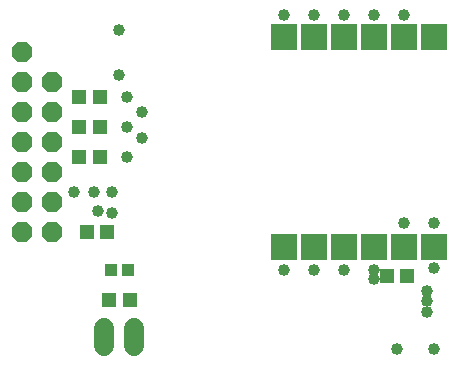
<source format=gts>
G75*
%MOIN*%
%OFA0B0*%
%FSLAX25Y25*%
%IPPOS*%
%LPD*%
%AMOC8*
5,1,8,0,0,1.08239X$1,22.5*
%
%ADD10R,0.04934X0.05052*%
%ADD11C,0.06800*%
%ADD12R,0.03950X0.03950*%
%ADD13R,0.08800X0.08800*%
%ADD14R,0.04737X0.05131*%
%ADD15OC8,0.06800*%
%ADD16C,0.03975*%
D10*
X0136055Y0331750D03*
X0142945Y0331750D03*
D11*
X0042000Y0314250D02*
X0042000Y0308250D01*
X0052000Y0308250D02*
X0052000Y0314250D01*
D12*
X0049953Y0333750D03*
X0044047Y0333750D03*
D13*
X0102000Y0341250D03*
X0112000Y0341250D03*
X0122000Y0341250D03*
X0132000Y0341250D03*
X0142000Y0341250D03*
X0152000Y0341250D03*
X0152000Y0411250D03*
X0142000Y0411250D03*
X0132000Y0411250D03*
X0122000Y0411250D03*
X0112000Y0411250D03*
X0102000Y0411250D03*
D14*
X0040346Y0391250D03*
X0033654Y0391250D03*
X0033654Y0381250D03*
X0040346Y0381250D03*
X0040346Y0371250D03*
X0033654Y0371250D03*
X0036154Y0346250D03*
X0042846Y0346250D03*
X0043654Y0323750D03*
X0050346Y0323750D03*
D15*
X0024500Y0346250D03*
X0024500Y0356250D03*
X0024500Y0366250D03*
X0024500Y0376250D03*
X0024500Y0386250D03*
X0024500Y0396250D03*
X0014500Y0396250D03*
X0014500Y0386250D03*
X0014500Y0376250D03*
X0014500Y0366250D03*
X0014500Y0356250D03*
X0014500Y0346250D03*
X0014500Y0406250D03*
D16*
X0047000Y0398750D03*
X0049500Y0391250D03*
X0054500Y0386250D03*
X0049500Y0381250D03*
X0054500Y0377750D03*
X0049500Y0371250D03*
X0044500Y0359750D03*
X0038500Y0359750D03*
X0040000Y0353250D03*
X0044500Y0352750D03*
X0032000Y0359750D03*
X0047000Y0413750D03*
X0102000Y0418750D03*
X0112000Y0418750D03*
X0122000Y0418750D03*
X0132000Y0418750D03*
X0142000Y0418750D03*
X0142000Y0349250D03*
X0152000Y0349250D03*
X0152000Y0334250D03*
X0149500Y0326750D03*
X0149500Y0323250D03*
X0149500Y0319750D03*
X0152000Y0307250D03*
X0139500Y0307250D03*
X0132000Y0330750D03*
X0132000Y0333750D03*
X0122000Y0333750D03*
X0112000Y0333750D03*
X0102000Y0333750D03*
M02*

</source>
